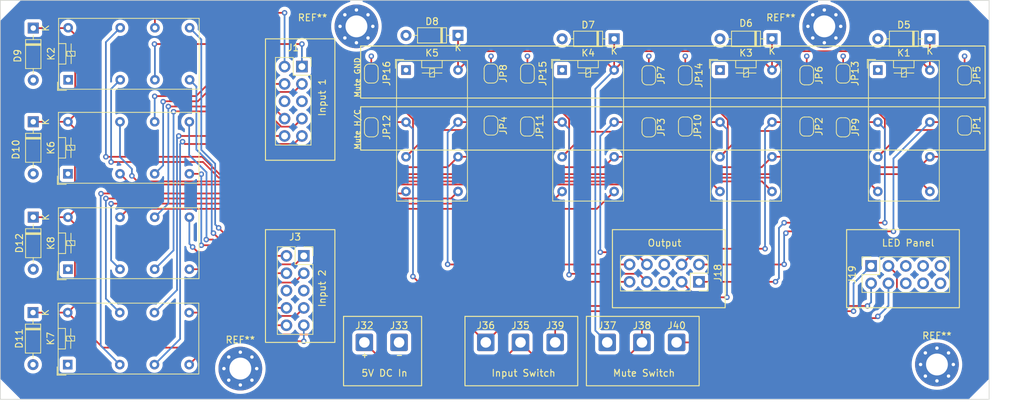
<source format=kicad_pcb>
(kicad_pcb (version 20221018) (generator pcbnew)
  (title_block (title "Mainboard") (date "2023-11-23") (rev "1") (company "Daniel Machnik Sounddesign und Tontechnik") (comment 1 "SimpleSwitcher"))
  (layers (0 "F.Cu" signal) (31 "B.Cu" signal) (34 "B.Paste" user) (35 "F.Paste" user) (36 "B.SilkS" user "B.Silkscreen") (37 "F.SilkS" user "F.Silkscreen") (38 "B.Mask" user) (39 "F.Mask" user) (44 "Edge.Cuts" user))
  (net 0 "")
  (footprint "Relay_THT:Relay_DPDT_Omron_G5V-2" (layer "F.Cu") (at 170.725 83.8675)
    (fp_text reference "K3")
    (fp_text value "G5V-2")
  )
  (footprint "Jumper:SolderJumper-2_P1.3mm_Open_RoundedPad1.0x1.5mm" (layer "F.Cu") (at 165.645 92.1375 -90)
    (fp_text reference "JP10")
    (fp_text value "SolderJumper_2_Open")
  )
  (footprint "Jumper:SolderJumper-2_P1.3mm_Open_RoundedPad1.0x1.5mm" (layer "F.Cu") (at 119.671 92.2495 -90)
    (fp_text reference "JP12")
    (fp_text value "SolderJumper_2_Open")
  )
  (footprint "Diode_THT:D_DO-35_SOD27_P7.62mm_Horizontal" (layer "F.Cu") (at 70.141 119.38 -90)
    (fp_text reference "D11")
    (fp_text value "1N4148")
  )
  (footprint "Connector_Wire:SolderWire-0.75sqmm_1x01_D1.25mm_OD2.3mm" (layer "F.Cu") (at 136.435 123.7455)
    (fp_text reference "J36")
    (fp_text value "Conn_01x01_Socket")
  )
  (footprint "Connector_Wire:SolderWire-0.75sqmm_1x01_D1.25mm_OD2.3mm" (layer "F.Cu") (at 154.215 123.7455)
    (fp_text reference "J37")
    (fp_text value "Conn_01x01_Socket")
  )
  (footprint "Connector_PinSocket_2.54mm:PinSocket_2x05_P2.54mm_Vertical" (layer "F.Cu") (at 192.853 112.5495 90)
    (fp_text reference "J19")
    (fp_text value "Conn_02x05_Counter_Clockwise")
  )
  (footprint "Diode_THT:D_DO-35_SOD27_P7.62mm_Horizontal" (layer "F.Cu") (at 132.371 78.7875 180)
    (fp_text reference "D8")
    (fp_text value "1N4148")
  )
  (footprint "Jumper:SolderJumper-2_P1.3mm_Open_RoundedPad1.0x1.5mm" (layer "F.Cu") (at 206.539 84.6295 -90)
    (fp_text reference "JP5")
    (fp_text value "SolderJumper_2_Open")
  )
  (footprint "Diode_THT:D_DO-35_SOD27_P7.62mm_Horizontal" (layer "F.Cu") (at 155.231 79.2955 180)
    (fp_text reference "D7")
    (fp_text value "1N4148")
  )
  (footprint "Connector_Wire:SolderWire-0.75sqmm_1x01_D1.25mm_OD2.3mm" (layer "F.Cu") (at 118.655 123.7455)
    (fp_text reference "J32")
    (fp_text value "Conn_01x01_Socket")
  )
  (footprint "Connector_PinSocket_2.54mm:PinSocket_2x05_P2.54mm_Vertical" (layer "F.Cu") (at 109.785 111.0755)
    (fp_text reference "J3")
    (fp_text value "Conn_02x05_Counter_Clockwise")
  )
  (footprint "MountingHole:MountingHole_3.2mm_M3_Pad_Via" (layer "F.Cu") (at 117.494052 77.47)
    (fp_text reference "REF**")
    (fp_text value "MountingHole_3.2mm_M3_Pad_Via")
  )
  (footprint "Jumper:SolderJumper-2_P1.3mm_Open_RoundedPad1.0x1.5mm" (layer "F.Cu") (at 188.759 84.3755 90)
    (fp_text reference "JP13")
    (fp_text value "SolderJumper_2_Open")
  )
  (footprint "Diode_THT:D_DO-35_SOD27_P7.62mm_Horizontal" (layer "F.Cu") (at 70.1735 105.41 -90)
    (fp_text reference "D12")
    (fp_text value "1N4148")
  )
  (footprint "Jumper:SolderJumper-2_P1.3mm_Open_RoundedPad1.0x1.5mm" (layer "F.Cu") (at 160.311 92.2495 -90)
    (fp_text reference "JP3")
    (fp_text value "SolderJumper_2_Open")
  )
  (footprint "Relay_THT:Relay_DPDT_Omron_G5V-2" (layer "F.Cu") (at 75.286 85.2965 90)
    (fp_text reference "K2")
    (fp_text value "G5V-2")
  )
  (footprint "Diode_THT:D_DO-35_SOD27_P7.62mm_Horizontal" (layer "F.Cu") (at 201.459 79.2955 180)
    (fp_text reference "D5")
    (fp_text value "1N4148")
  )
  (footprint "Relay_THT:Relay_DPDT_Omron_G5V-2" (layer "F.Cu") (at 147.611 83.8675)
    (fp_text reference "K4")
    (fp_text value "G5V-2")
  )
  (footprint "MountingHole:MountingHole_3.2mm_M3_Pad_Via" (layer "F.Cu") (at 202.494052 126.98)
    (fp_text reference "REF**")
    (fp_text value "MountingHole_3.2mm_M3_Pad_Via")
  )
  (footprint "Jumper:SolderJumper-2_P1.3mm_Open_RoundedPad1.0x1.5mm" (layer "F.Cu") (at 119.671 84.3755 90)
    (fp_text reference "JP16")
    (fp_text value "SolderJumper_2_Open")
  )
  (footprint "Diode_THT:D_DO-35_SOD27_P7.62mm_Horizontal" (layer "F.Cu") (at 70.1735 77.724 -90)
    (fp_text reference "D9")
    (fp_text value "1N4148")
  )
  (footprint "Connector_Wire:SolderWire-0.75sqmm_1x01_D1.25mm_OD2.3mm" (layer "F.Cu") (at 159.295 123.7455)
    (fp_text reference "J38")
    (fp_text value "Conn_01x01_Socket")
  )
  (footprint "Connector_Wire:SolderWire-0.75sqmm_1x01_D1.25mm_OD2.3mm" (layer "F.Cu") (at 164.375 123.7455)
    (fp_text reference "J40")
    (fp_text value "Conn_01x01_Socket")
  )
  (footprint "Jumper:SolderJumper-2_P1.3mm_Open_RoundedPad1.0x1.5mm" (layer "F.Cu") (at 160.311 84.6295 -90)
    (fp_text reference "JP7")
    (fp_text value "SolderJumper_2_Open")
  )
  (footprint "Relay_THT:Relay_DPDT_Omron_G5V-2" (layer "F.Cu") (at 75.221 127 90)
    (fp_text reference "K7")
    (fp_text value "G5V-2")
  )
  (footprint "Connector_Wire:SolderWire-0.75sqmm_1x01_D1.25mm_OD2.3mm" (layer "F.Cu") (at 141.515 123.7455)
    (fp_text reference "J35")
    (fp_text value "Conn_01x01_Socket")
  )
  (footprint "Relay_THT:Relay_DPDT_Omron_G5V-2" (layer "F.Cu") (at 75.2535 113.03 90)
    (fp_text reference "K8")
    (fp_text value "G5V-2")
  )
  (footprint "Jumper:SolderJumper-2_P1.3mm_Open_RoundedPad1.0x1.5mm" (layer "F.Cu") (at 142.531 84.3755 90)
    (fp_text reference "JP15")
    (fp_text value "SolderJumper_2_Open")
  )
  (footprint "Connector_Wire:SolderWire-0.75sqmm_1x01_D1.25mm_OD2.3mm" (layer "F.Cu") (at 123.735 123.7455)
    (fp_text reference "J33")
    (fp_text value "Conn_01x01_Socket")
  )
  (footprint "Diode_THT:D_DO-35_SOD27_P7.62mm_Horizontal" (layer "F.Cu") (at 178.345 79.2955 180)
    (fp_text reference "D6")
    (fp_text value "1N4148")
  )
  (footprint "Relay_THT:Relay_DPDT_Omron_G5V-2" (layer "F.Cu") (at 193.839 83.8675)
    (fp_text reference "K1")
    (fp_text value "G5V-2")
  )
  (footprint "Diode_THT:D_DO-35_SOD27_P7.62mm_Horizontal" (layer "F.Cu") (at 70.1735 91.44 -90)
    (fp_text reference "D10")
    (fp_text value "1N4148")
  )
  (footprint "MountingHole:MountingHole_3.2mm_M3_Pad_Via" (layer "F.Cu") (at 186.004052 77.47)
    (fp_text reference "REF**")
    (fp_text value "MountingHole_3.2mm_M3_Pad_Via")
  )
  (footprint "Jumper:SolderJumper-2_P1.3mm_Open_RoundedPad1.0x1.5mm" (layer "F.Cu") (at 137.197 84.3755 -90)
    (fp_text reference "JP8")
    (fp_text value "SolderJumper_2_Open")
  )
  (footprint "Jumper:SolderJumper-2_P1.3mm_Open_RoundedPad1.0x1.5mm" (layer "F.Cu") (at 206.539 91.9955 -90)
    (fp_text reference "JP1")
    (fp_text value "SolderJumper_2_Open")
  )
  (footprint "Jumper:SolderJumper-2_P1.3mm_Open_RoundedPad1.0x1.5mm" (layer "F.Cu") (at 183.425 92.1375 -90)
    (fp_text reference "JP2")
    (fp_text value "SolderJumper_2_Open")
  )
  (footprint "Relay_THT:Relay_DPDT_Omron_G5V-2" (layer "F.Cu") (at 75.2535 99.06 90)
    (fp_text reference "K6")
    (fp_text value "G5V-2")
  )
  (footprint "Connector_PinSocket_2.54mm:PinSocket_2x05_P2.54mm_Vertical" (layer "F.Cu") (at 167.647 114.8755 -90)
    (fp_text reference "J18")
    (fp_text value "Conn_02x05_Counter_Clockwise")
  )
  (footprint "Relay_THT:Relay_DPDT_Omron_G5V-2" (layer "F.Cu") (at 124.751 83.8675)
    (fp_text reference "K5")
    (fp_text value "G5V-2")
  )
  (footprint "Jumper:SolderJumper-2_P1.3mm_Open_RoundedPad1.0x1.5mm" (layer "F.Cu") (at 165.645 84.6295 90)
    (fp_text reference "JP14")
    (fp_text value "SolderJumper_2_Open")
  )
  (footprint "Jumper:SolderJumper-2_P1.3mm_Open_RoundedPad1.0x1.5mm" (layer "F.Cu") (at 142.531 92.1375 -90)
    (fp_text reference "JP11")
    (fp_text value "SolderJumper_2_Open")
  )
  (footprint "Connector_PinSocket_2.54mm:PinSocket_2x05_P2.54mm_Vertical" (layer "F.Cu") (at 109.511 83.3595)
    (fp_text reference "J1")
    (fp_text value "Conn_02x05_Counter_Clockwise")
  )
  (footprint "Connector_Wire:SolderWire-0.75sqmm_1x01_D1.25mm_OD2.3mm" (layer "F.Cu") (at 146.595 123.7455)
    (fp_text reference "J39")
    (fp_text value "Conn_01x01_Socket")
  )
  (footprint "Jumper:SolderJumper-2_P1.3mm_Open_RoundedPad1.0x1.5mm" (layer "F.Cu") (at 183.425 84.6295 -90)
    (fp_text reference "JP6")
    (fp_text value "SolderJumper_2_Open")
  )
  (footprint "MountingHole:MountingHole_3.2mm_M3_Pad_Via" (layer "F.Cu") (at 100.494052 127.58)
    (fp_text reference "REF**")
    (fp_text value "MountingHole_3.2mm_M3_Pad_Via")
  )
  (footprint "Jumper:SolderJumper-2_P1.3mm_Open_RoundedPad1.0x1.5mm" (layer "F.Cu") (at 137.197 91.9955 -90)
    (fp_text reference "JP4")
    (fp_text value "SolderJumper_2_Open")
  )
  (footprint "Jumper:SolderJumper-2_P1.3mm_Open_RoundedPad1.0x1.5mm" (layer "F.Cu") (at 188.759 92.2495 -90)
    (fp_text reference "JP9")
    (fp_text value "SolderJumper_2_Open")
  )
  (gr_rect (start 189.267 107.2355) (end 205.777 118.6655) (stroke (width 0.15)) (fill none) (layer "F.SilkS"))
  (gr_rect (start 133.387 119.9355) (end 149.897 130.0955) (stroke (width 0.15)) (fill none) (layer "F.SilkS"))
  (gr_rect (start 115.607 119.9355) (end 127.037 130.0955) (stroke (width 0.15)) (fill none) (layer "F.SilkS"))
  (gr_rect (start 151.167 119.9355) (end 167.677 130.0955) (stroke (width 0.15)) (fill none) (layer "F.SilkS"))
  (gr_rect (start 154.977 107.2355) (end 171.487 118.6655) (stroke (width 0.15)) (fill none) (layer "F.SilkS"))
  (gr_rect (start 104.177 79.2955) (end 114.337 97.0755) (stroke (width 0.15)) (fill none) (layer "F.SilkS"))
  (gr_rect (start 104.177 107.2355) (end 114.337 123.7455) (stroke (width 0.15)) (fill none) (layer "F.SilkS"))
  (gr_rect (start 118.11 80.3485) (end 209.55 87.9685) (stroke (width 0.15)) (fill none) (layer "F.SilkS"))
  (gr_rect (start 118.11 89.2385) (end 209.55 95.5885) (stroke (width 0.15)) (fill none) (layer "F.SilkS"))
  (gr_rect (start 65.354052 73.66) (end 210.134052 132.08) (stroke (width 0.1)) (fill none) (layer "Edge.Cuts"))
  (gr_text "Input 1" (at 113.067 90.7255 90) (layer "F.SilkS") (effects (font (size 1 1)) (justify left bottom)))
  (gr_text "5V DC In" (at 118.147 128.8255) (layer "F.SilkS") (effects (font (size 1 1)) (justify left bottom)))
  (gr_text "Mute H/C" (at 118.11 95.5885 90) (layer "F.SilkS") (effects (font (size 0.8 0.8)) (justify left bottom)))
  (gr_text "Output" (at 160.057 109.7755) (layer "F.SilkS") (effects (font (size 1 1)) (justify left bottom)))
  (gr_text "LED Panel" (at 194.347 109.7755) (layer "F.SilkS") (effects (font (size 1 1)) (justify left bottom)))
  (gr_text "Input 2" (at 113.067 118.6655 90) (layer "F.SilkS") (effects (font (size 1 1)) (justify left bottom)))
  (gr_text "-" (at 123.19 126.0685) (layer "F.SilkS") (effects (font (size 0.8 0.8)) (justify left bottom)))
  (gr_text "Input Switch" (at 137.197 128.8255) (layer "F.SilkS") (effects (font (size 1 1)) (justify left bottom)))
  (gr_text "Mute GND" (at 118.11 87.9685 90) (layer "F.SilkS") (effects (font (size 0.8 0.8)) (justify left bottom)))
  (gr_text "+" (at 118.11 126.0685) (layer "F.SilkS") (effects (font (size 0.8 0.8)) (justify left bottom)))
  (gr_text "Mute Switch" (at 154.977 128.8255) (layer "F.SilkS") (effects (font (size 1 1)) (justify left bottom)))
  (segment (start 197.761 92.6455) (end 193.839 96.5675) (width 0.25) (layer "F.Cu") (net 0))
  (segment (start 178.345 79.2955) (end 178.345 83.8675) (width 0.25) (layer "F.Cu") (net 0))
  (segment (start 101.508 114.9805) (end 108.42 114.9805) (width 0.25) (layer "F.Cu") (net 0))
  (segment (start 193.839 101.6475) (end 191.807 99.6155) (width 0.25) (layer "F.Cu") (net 0))
  (segment (start 91.477 93.5195) (end 106.971 93.5195) (width 0.25) (layer "F.Cu") (net 0))
  (segment (start 188.871 91.4875) (end 193.839 91.4875) (width 0.25) (layer "F.Cu") (net 0))
  (segment (start 208.825 94.0275) (end 206.285 96.5675) (width 0.25) (layer "F.Cu") (net 0))
  (segment (start 142.598569 85.0255) (end 148.636 91.062931) (width 0.25) (layer "F.Cu") (net 0))
  (segment (start 92.374788 94.6945) (end 108.336 94.6945) (width 0.25) (layer "F.Cu") (net 0))
  (segment (start 93.509 109.7755) (end 94.271 110.5375) (width 0.25) (layer "F.Cu") (net 0))
  (segment (start 109.785 123.58) (end 96.421 123.58) (width 0.25) (layer "F.Cu") (net 0))
  (segment (start 142.531 92.7875) (end 142.531 94.5355) (width 0.25) (layer "F.Cu") (net 0))
  (segment (start 157.988 81.1105) (end 175.588 81.1105) (width 0.25) (layer "F.Cu") (net 0))
  (segment (start 75.221 119.38) (end 80.3485 124.5075) (width 0.25) (layer "F.Cu") (net 0))
  (segment (start 145.833 103.4255) (end 81.571 103.4255) (width 0.25) (layer "F.Cu") (net 0))
  (segment (start 160.311 85.2795) (end 163.105 88.0735) (width 0.25) (layer "F.Cu") (net 0))
  (segment (start 193.839 119.9355) (end 193.585 120.1895) (width 0.25) (layer "F.Cu") (net 0))
  (segment (start 89.246245 88.4395) (end 94.271 88.4395) (width 0.25) (layer "F.Cu") (net 0))
  (segment (start 180.631 107.4895) (end 180.377 107.7435) (width 0.25) (layer "F.Cu") (net 0))
  (segment (start 171.868 91.180931) (end 171.868 95.4245) (width 0.25) (layer "F.Cu") (net 0))
  (segment (start 119.671 85.0255) (end 119.738569 85.0255) (width 0.25) (layer "F.Cu") (net 0))
  (segment (start 70.1735 77.724) (end 75.2385 77.724) (width 0.25) (layer "F.Cu") (net 0))
  (segment (start 93.0335 113.03) (end 98.0335 113.03) (width 0.25) (layer "F.Cu") (net 0))
  (segment (start 124.46 101.9385) (end 124.751 101.6475) (width 0.25) (layer "F.Cu") (net 0))
  (segment (start 158.229 110.5375) (end 160.027 112.3355) (width 0.25) (layer "F.Cu") (net 0))
  (segment (start 98.0335 113.03) (end 104.874 119.8705) (width 0.25) (layer "F.Cu") (net 0))
  (segment (start 76.311 90.3825) (end 75.2535 91.44) (width 0.25) (layer "F.Cu") (net 0))
  (segment (start 183.425 92.7875) (end 174.505 92.7875) (width 0.25) (layer "F.Cu") (net 0))
  (segment (start 146.087 98.0915) (end 153.707 98.0915) (width 0.25) (layer "F.Cu") (net 0))
  (segment (start 178.853 114.8555) (end 178.833 114.8755) (width 0.25) (layer "F.Cu") (net 0))
  (segment (start 70.141 119.38) (end 75.221 119.38) (width 0.25) (layer "F.Cu") (net 0))
  (segment (start 159.295 121.4595) (end 159.295 123.7455) (width 0.25) (layer "F.Cu") (net 0))
  (segment (start 160.311 83.9795) (end 160.311 81.8355) (width 0.25) (layer "F.Cu") (net 0))
  (segment (start 183.171 96.5675) (end 178.345 96.5675) (width 0.25) (layer "F.Cu") (net 0))
  (segment (start 116.369 120.9515) (end 133.641 120.9515) (width 0.25) (layer "F.Cu") (net 0))
  (segment (start 119.671 94.2815) (end 123.481 98.0915) (width 0.25) (layer "F.Cu") (net 0))
  (segment (start 164.375 123.7455) (end 192.823 123.7455) (width 0.25) (layer "F.Cu") (net 0))
  (segment (start 119.671 91.5995) (end 119.783 91.4875) (width 0.25) (layer "F.Cu") (net 0))
  (segment (start 104.874 119.8705) (end 108.61 119.8705) (width 0.25) (layer "F.Cu") (net 0))
  (segment (start 165.966569 85.2795) (end 171.868 91.180931) (width 0.25) (layer "F.Cu") (net 0))
  (segment (start 137.055 91.4875) (end 132.371 91.4875) (width 0.25) (layer "F.Cu") (net 0))
  (segment (start 206.397 91.4875) (end 206.539 91.3455) (width 0.25) (layer "F.Cu") (net 0))
  (segment (start 155.993 127.0475) (end 159.295 123.7455) (width 0.25) (layer "F.Cu") (net 0))
  (segment (start 176.821 98.0915) (end 178.345 96.5675) (width 0.25) (layer "F.Cu") (net 0))
  (segment (start 198.919 99.1075) (end 97.447396 99.1075) (width 0.25) (layer "F.Cu") (net 0))
  (segment (start 139.737 93.2655) (end 136.435 96.5675) (width 0.25) (layer "F.Cu") (net 0))
  (segment (start 84.436 100.6225) (end 82.8735 99.06) (width 0.25) (layer "F.Cu") (net 0))
  (segment (start 96.494052 122.58) (end 114.7405 122.58) (width 0.25) (layer "F.Cu") (net 0))
  (segment (start 128.673 92.6455) (end 124.751 96.5675) (width 0.25) (layer "F.Cu") (net 0))
  (segment (start 188.759 91.5995) (end 188.871 91.4875) (width 0.25) (layer "F.Cu") (net 0))
  (segment (start 80.484007 101.963188) (end 80.508695 101.9385) (width 0.25) (layer "F.Cu") (net 0))
  (segment (start 108.61 119.8705) (end 109.785 118.6955) (width 0.25) (layer "F.Cu") (net 0))
  (segment (start 130.847 112.3155) (end 130.867 112.3355) (width 0.25) (layer "F.Cu") (net 0))
  (segment (start 119.671 83.7255) (end 119.671 81.8355) (width 0.25) (layer "F.Cu") (net 0))
  (segment (start 142.531 85.0255) (end 142.598569 85.0255) (width 0.25) (layer "F.Cu") (net 0))
  (segment (start 76.2785 118.3225) (end 75.221 119.38) (width 0.25) (layer "F.Cu") (net 0))
  (segment (start 104.112 112.2505) (end 104.177 112.3155) (width 0.25) (layer "F.Cu") (net 0))
  (segment (start 94.7315 99.06) (end 93.0335 99.06) (width 0.25) (layer "F.Cu") (net 0))
  (segment (start 193.585 120.1895) (end 160.565 120.1895) (width 0.25) (layer "F.Cu") (net 0))
  (segment (start 165.645 92.7875) (end 165.645 94.5355) (width 0.25) (layer "F.Cu") (net 0))
  (segment (start 108.336 92.1545) (end 109.511 90.9795) (width 0.25) (layer "F.Cu") (net 0))
  (segment (start 188.759 92.8995) (end 188.759 94.5355) (width 0.25) (layer "F.Cu") (net 0))
  (segment (start 104.177 112.3155) (end 108.545 112.3155) (width 0.25) (layer "F.Cu") (net 0))
  (segment (start 155.231 101.6475) (end 152.691 104.1875) (width 0.25) (layer "F.Cu") (net 0))
  (segment (start 206.285 96.5675) (end 201.459 96.5675) (width 0.25) (layer "F.Cu") (net 0))
  (segment (start 137.197 83.7255) (end 137.197 81.8355) (width 0.25) (layer "F.Cu") (net 0))
  (segment (start 94.907396 96.5675) (end 80.809 96.5675) (width 0.25) (layer "F.Cu") (net 0))
  (segment (start 160.565 120.1895) (end 159.295 121.4595) (width 0.25) (layer "F.Cu") (net 0))
  (segment (start 87.921 80.0575) (end 109.511 80.0575) (width 0.25) (layer "F.Cu") (net 0))
  (segment (start 136.435 123.7455) (end 141.769 118.4115) (width 0.25) (layer "F.Cu") (net 0))
  (segment (start 188.759 85.0255) (end 188.826569 85.0255) (width 0.25) (layer "F.Cu") (net 0))
  (segment (start 105.602604 121.2355) (end 107.245 121.2355) (width 0.25) (layer "F.Cu") (net 0))
  (segment (start 147.611 101.6475) (end 145.833 103.4255) (width 0.25) (layer "F.Cu") (net 0))
  (segment (start 125.776 91.062931) (end 125.776 95.5425) (width 0.25) (layer "F.Cu") (net 0))
  (segment (start 175.588 81.1105) (end 178.345 83.8675) (width 0.25) (layer "F.Cu") (net 0))
  (segment (start 96.177396 110.5375) (end 104.335396 118.6955) (width 0.25) (layer "F.Cu") (net 0))
  (segment (start 96.049 109.5215) (end 101.508 114.9805) (width 0.25) (layer "F.Cu") (net 0))
  (segment (start 76.2785 106.435) (end 76.2785 118.3225) (width 0.25) (layer "F.Cu") (net 0))
  (segment (start 171.868 95.4245) (end 170.725 96.5675) (width 0.25) (layer "F.Cu") (net 0))
  (segment (start 167.373 117.1415) (end 165.107 114.8755) (width 0.25) (layer "F.Cu") (net 0))
  (segment (start 95.7 87.0745) (end 108.336 87.0745) (width 0.25) (layer "F.Cu") (net 0))
  (segment (start 141.515 123.7455) (end 144.817 127.0475) (width 0.25) (layer "F.Cu") (net 0))
  (segment (start 153.199 110.5375) (end 158.229 110.5375) (width 0.25) (layer "F.Cu") (net 0))
  (segment (start 101.413 111.0755) (end 107.245 111.0755) (width 0.25) (layer "F.Cu") (net 0))
  (segment (start 176.87 100.1725) (end 85.43 100.1725) (width 0.25) (layer "F.Cu") (net 0))
  (segment (start 130.867 112.3355) (end 157.487 112.3355) (width 0.25) (layer "F.Cu") (net 0))
  (segment (start 196.633 113.7895) (end 195.393 112.5495) (width 0.25) (layer "F.Cu") (net 0))
  (segment (start 106.484299 92.1545) (end 108.336 92.1545) (width 0.25) (layer "F.Cu") (net 0))
  (segment (start 196.633 119.9355) (end 196.633 113.7895) (width 0.25) (layer "F.Cu") (net 0))
  (segment (start 96.487364 108.689864) (end 101.413 113.6155) (width 0.25) (layer "F.Cu") (net 0))
  (segment (start 194.864 106.2195) (end 180.123 106.2195) (width 0.25) (layer "F.Cu") (net 0))
  (segment (start 136.435 96.5675) (end 132.371 96.5675) (width 0.25) (layer "F.Cu") (net 0))
  (segment (start 94.779 99.1075) (end 94.7315 99.06) (width 0.25) (layer "F.Cu") (net 0))
  (segment (start 135.128 81.1105) (end 152.474 81.1105) (width 0.25) (layer "F.Cu") (net 0))
  (segment (start 160.311 92.8995) (end 151.279 92.8995) (width 0.25) (layer "F.Cu") (net 0))
  (segment (start 132.371 101.6475) (end 131.346 102.6725) (width 0.25) (layer "F.Cu") (net 0))
  (segment (start 101.064 112.2505) (end 104.112 112.2505) (width 0.25) (layer "F.Cu") (net 0))
  (segment (start 75.286 77.6765) (end 76.311 78.7015) (width 0.25) (layer "F.Cu") (net 0))
  (segment (start 76.2785 104.385) (end 75.2535 105.41) (width 0.25) (layer "F.Cu") (net 0))
  (segment (start 148.627 113.8395) (end 148.766 113.7005) (width 0.25) (layer "F.Cu") (net 0))
  (segment (start 92.031424 94.351136) (end 92.374788 94.6945) (width 0.25) (layer "F.Cu") (net 0))
  (segment (start 119.783 91.4875) (end 124.751 91.4875) (width 0.25) (layer "F.Cu") (net 0))
  (segment (start 196.125 107.4895) (end 180.631 107.4895) (width 0.25) (layer "F.Cu") (net 0))
  (segment (start 94.779 109.5215) (end 96.049 109.5215) (width 0.25) (layer "F.Cu") (net 0))
  (segment (start 194.864 95.5425) (end 193.839 96.5675) (width 0.25) (layer "F.Cu") (net 0))
  (segment (start 146.595 121.7135) (end 146.595 123.7455) (width 0.25) (layer "F.Cu") (net 0))
  (segment (start 94.271 88.4395) (end 95.668 87.0425) (width 0.25) (layer "F.Cu") (net 0))
  (segment (start 137.197 85.0255) (end 139.737 87.5655) (width 0.25) (layer "F.Cu") (net 0))
  (segment (start 80.09586 101.963188) (end 80.484007 101.963188) (width 0.25) (layer "F.Cu") (net 0))
  (segment (start 163.105 88.0735) (end 163.105 93.028864) (width 0.25) (layer "F.Cu") (net 0))
  (segment (start 119.671 92.8995) (end 119.671 94.2815) (width 0.25) (layer "F.Cu") (net 0))
  (segment (start 95.668 87.0425) (end 95.7 87.0745) (width 0.25) (layer "F.Cu") (net 0))
  (segment (start 185.711 94.0275) (end 183.171 96.5675) (width 0.25) (layer "F.Cu") (net 0))
  (segment (start 104.255799 89.926) (end 106.484299 92.1545) (width 0.25) (layer "F.Cu") (net 0))
  (segment (start 155.231 83.8675) (end 157.988 81.1105) (width 0.25) (layer "F.Cu") (net 0))
  (segment (start 165.645 91.4875) (end 170.725 91.4875) (width 0.25) (layer "F.Cu") (net 0))
  (segment (start 84.096 104.1875) (end 82.8735 105.41) (width 0.25) (layer "F.Cu") (net 0))
  (segment (start 87.9535 87.71) (end 87.986 87.6775) (width 0.25) (layer "F.Cu") (net 0))
  (segment (start 90.715 89.9635) (end 90.7525 89.926) (width 0.25) (layer "F.Cu") (net 0))
  (segment (start 148.636 95.5425) (end 147.611 96.5675) (width 0.25) (layer "F.Cu") (net 0))
  (segment (start 94.566552 124.5075) (end 96.494052 122.58) (width 0.25) (layer "F.Cu") (net 0))
  (segment (start 106.971 75.4855) (end 88.683 75.4855) (width 0.25) (layer "F.Cu") (net 0))
  (segment (start 96.421 123.58) (end 93.001 127) (width 0.25) (layer "F.Cu") (net 0))
  (segment (start 201.459 91.4875) (end 206.397 91.4875) (width 0.25) (layer "F.Cu") (net 0))
  (segment (start 133.641 120.9515) (end 136.435 123.7455) (width 0.25) (layer "F.Cu") (net 0))
  (segment (start 141.769 118.4115) (end 192.315 118.4115) (width 0.25) (layer "F.Cu") (net 0))
  (segment (start 180.123 112.3155) (end 180.103 112.3355) (width 0.25) (layer "F.Cu") (net 0))
  (segment (start 76.311 78.7015) (end 76.311 90.3825) (width 0.25) (layer "F.Cu") (net 0))
  (segment (start 159.566364 96.5675) (end 155.231 96.5675) (width 0.25) (layer "F.Cu") (net 0))
  (segment (start 178.345 91.4875) (end 183.425 91.4875) (width 0.25) (layer "F.Cu") (net 0))
  (segment (start 165.645 83.9795) (end 165.645 81.8355) (width 0.25) (layer "F.Cu") (net 0))
  (segment (start 101.413 113.6155) (end 107.245 113.6155) (width 0.25) (layer "F.Cu") (net 0))
  (segment (start 178.345 101.6475) (end 176.87 100.1725) (width 0.25) (layer "F.Cu") (net 0))
  (segment (start 160.199 91.4875) (end 160.311 91.5995) (width 0.25) (layer "F.Cu") (net 0))
  (segment (start 152.691 104.1875) (end 84.096 104.1875) (width 0.25) (layer "F.Cu") (net 0))
  (segment (start 163.105 93.028864) (end 159.566364 96.5675) (width 0.25) (layer "F.Cu") (net 0))
  (segment (start 181.102 81.1105) (end 198.702 81.1105) (width 0.25) (layer "F.Cu") (net 0))
  (segment (start 165.645 85.2795) (end 165.966569 85.2795) (width 0.25) (layer "F.Cu") (net 0))
  (segment (start 70.1735 105.41) (end 75.2535 105.41) (width 0.25) (layer "F.Cu") (net 0))
  (segment (start 178.345 83.8675) (end 181.102 81.1105) (width 0.25) (layer "F.Cu") (net 0))
  (segment (start 114.7405 122.58) (end 116.369 120.9515) (width 0.25) (layer "F.Cu") (net 0))
  (segment (start 85.43 100.1725) (end 84.619 99.3615) (width 0.25) (layer "F.Cu") (net 0))
  (segment (start 97.447396 99.1075) (end 94.907396 96.5675) (width 0.25) (layer "F.Cu") (net 0))
  (segment (start 118.655 123.7455) (end 121.957 127.0475) (width 0.25) (layer "F.Cu") (net 0))
  (segment (start 199.935 98.0915) (end 201.459 96.5675) (width 0.25) (layer "F.Cu") (net 0))
  (segment (start 178.833 114.8755) (end 167.647 114.8755) (width 0.25) (layer "F.Cu") (net 0))
  (segment (start 108.42 114.9805) (end 109.785 113.6155) (width 0.25) (layer "F.Cu") (net 0))
  (segment (start 104.335396 118.6955) (end 107.245 118.6955) (width 0.25) (layer "F.Cu") (net 0))
  (segment (start 152.474 81.1105) (end 155.231 83.8675) (width 0.25) (layer "F.Cu") (net 0))
  (segment (start 80.508695 101.9385) (end 124.46 101.9385) (width 0.25) (layer "F.Cu") (net 0))
  (segment (start 123.481 98.0915) (end 130.847 98.0915) (width 0.25) (layer "F.Cu") (net 0))
  (segment (start 206.539 85.2795) (end 208.825 87.5655) (width 0.25) (layer "F.Cu") (net 0))
  (segment (start 125.767 114.0935) (end 126.549 114.8755) (width 0.25) (layer "F.Cu") (net 0))
  (segment (start 87.986 87.6775) (end 94.017 87.6775) (width 0.25) (layer "F.Cu") (net 0))
  (segment (start 76.2785 92.465) (end 76.2785 104.385) (width 0.25) (layer "F.Cu") (net 0))
  (segment (start 208.825 87.5655) (end 208.825 94.0275) (width 0.25) (layer "F.Cu") (net 0))
  (segment (start 130.847 98.0915) (end 132.371 96.5675) (width 0.25) (layer "F.Cu") (net 0))
  (segment (start 93.001 119.38) (end 103.747104 119.38) (width 0.25) (layer "F.Cu") (net 0))
  (segment (start 155.231 79.2955) (end 155.231 83.8675) (width 0.25) (layer "F.Cu") (net 0))
  (segment (start 183.425 83.9795) (end 183.425 81.8355) (width 0.25) (layer "F.Cu") (net 0))
  (segment (start 95.033 97.3295) (end 81.571 97.3295) (width 0.25) (layer "F.Cu") (net 0))
  (segment (start 192.315 98.0915) (end 199.935 98.0915) (width 0.25) (layer "F.Cu") (net 0))
  (segment (start 188.759 83.7255) (end 188.759 81.8355) (width 0.25) (layer "F.Cu") (net 0))
  (segment (start 105.193 89.2015) (end 106.971 90.9795) (width 0.25) (layer "F.Cu") (net 0))
  (segment (start 180.103 112.3355) (end 167.647 112.3355) (width 0.25) (layer "F.Cu") (net 0))
  (segment (start 151.279 92.8995) (end 147.611 96.5675) (width 0.25) (layer "F.Cu") (net 0))
  (segment (start 192.823 123.7455) (end 196.633 119.9355) (width 0.25) (layer "F.Cu") (net 0))
  (segment (start 174.505 92.7875) (end 170.725 96.5675) (width 0.25) (layer "F.Cu") (net 0))
  (segment (start 96.557 107.7435) (end 101.064 112.2505) (width 0.25) (layer "F.Cu") (net 0))
  (segment (start 89.953 89.2015) (end 105.193 89.2015) (width 0.25) (layer "F.Cu") (net 0))
  (segment (start 169.7 100.6225) (end 84.436 100.6225) (width 0.25) (layer "F.Cu") (net 0))
  (segment (start 94.271 110.5375) (end 96.177396 110.5375) (width 0.25) (layer "F.Cu") (net 0))
  (segment (start 137.197 91.3455) (end 137.055 91.4875) (width 0.25) (layer "F.Cu") (net 0))
  (segment (start 158.852 113.7005) (end 160.027 114.8755) (width 0.25) (layer "F.Cu") (net 0))
  (segment (start 75.2385 77.724) (end 75.286 77.6765) (width 0.25) (layer "F.Cu") (net 0))
  (segment (start 94.017 87.6775) (end 95.795 85.8995) (width 0.25) (layer "F.Cu") (net 0))
  (segment (start 206.539 83.9795) (end 206.539 81.8355) (width 0.25) (layer "F.Cu") (net 0))
  (segment (start 139.737 87.5655) (end 139.737 93.2655) (width 0.25) (layer "F.Cu") (net 0))
  (segment (start 169.201 98.0915) (end 176.821 98.0915) (width 0.25) (layer "F.Cu") (net 0))
  (segment (start 70.1735 91.44) (end 75.2535 91.44) (width 0.25) (layer "F.Cu") (net 0))
  (segment (start 165.645 94.5355) (end 169.201 98.0915) (width 0.25) (layer "F.Cu") (net 0))
  (segment (start 170.725 101.6475) (end 169.7 100.6225) (width 0.25) (layer "F.Cu") (net 0))
  (segment (start 167.413 110.0295) (end 165.107 112.3355) (width 0.25) (layer "F.Cu") (net 0))
  (segment (start 89.191 88.494745) (end 89.246245 88.4395) (width 0.25) (layer "F.Cu") (net 0))
  (segment (start 142.531 94.5355) (end 146.087 98.0915) (width 0.25) (layer "F.Cu") (net 0))
  (segment (start 75.2535 91.44) (end 76.2785 92.465) (width 0.25) (layer "F.Cu") (net 0))
  (segment (start 95.5035 108.689864) (end 96.487364 108.689864) (width 0.25) (layer "F.Cu") (net 0))
  (segment (start 201.459 101.6475) (end 198.919 99.1075) (width 0.25) (layer "F.Cu") (net 0))
  (segment (start 132.371 78.7875) (end 132.371 83.8675) (width 0.25) (layer "F.Cu") (net 0))
  (segment (start 198.702 81.1105) (end 201.459 83.8675) (width 0.25) (layer "F.Cu") (net 0))
  (segment (start 103.747104 119.38) (end 105.602604 121.2355) (width 0.25) (layer "F.Cu") (net 0))
  (segment (start 97.319 106.9815) (end 101.413 111.0755) (width 0.25) (layer "F.Cu") (net 0))
  (segment (start 108.336 87.0745) (end 109.511 85.8995) (width 0.25) (layer "F.Cu") (net 0))
  (segment (start 126.549 114.8755) (end 157.487 114.8755) (width 0.25) (layer "F.Cu") (net 0))
  (segment (start 171.741 117.1415) (end 167.373 117.1415) (width 0.25) (layer "F.Cu") (net 0))
  (segment (start 177.329 110.0295) (end 167.413 110.0295) (width 0.25) (layer "F.Cu") (net 0))
  (segment (start 108.336 94.6945) (end 109.511 93.5195) (width 0.25) (layer "F.Cu") (net 0))
  (segment (start 121.957 127.0475) (end 138.213 127.0475) (width 0.25) (layer "F.Cu") (net 0))
  (segment (start 194.864 91.062931) (end 194.864 95.5425) (width 0.25) (layer "F.Cu") (net 0))
  (segment (start 97.319 99.6155) (end 95.033 97.3295) (width 0.25) (layer "F.Cu") (net 0))
  (segment (start 132.371 83.8675) (end 135.128 81.1105) (width 0.25) (layer "F.Cu") (net 0))
  (segment (start 142.531 83.7255) (end 142.531 81.8355) (width 0.25) (layer "F.Cu") (net 0))
  (segment (start 147.611 91.4875) (end 142.531 91.4875) (width 0.25) (layer "F.Cu") (net 0))
  (segment (start 201.459 79.2955) (end 201.459 83.8675) (width 0.25) (layer "F.Cu") (net 0))
  (segment (start 80.818 102.6725) (end 80.809 102.6635) (width 0.25) (layer "F.Cu") (net 0))
  (segment (start 190.283 119.1735) (end 149.135 119.1735) (width 0.25) (layer "F.Cu") (net 0))
  (segment (start 149.135 119.1735) (end 146.595 121.7135) (width 0.25) (layer "F.Cu") (net 0))
  (segment (start 155.231 91.4875) (end 160.199 91.4875) (width 0.25) (layer "F.Cu") (net 0))
  (segment (start 185.711 87.5655) (end 185.711 94.0275) (width 0.25) (layer "F.Cu") (net 0))
  (segment (start 144.817 127.0475) (end 155.993 127.0475) (width 0.25) (layer "F.Cu") (net 0))
  (segment (start 191.807 99.6155) (end 97.319 99.6155) (width 0.25) (layer "F.Cu") (net 0))
  (segment (start 88.683 75.4855) (end 87.986 76.1825) (width 0.25) (layer "F.Cu") (net 0))
  (segment (start 131.346 102.6725) (end 80.818 102.6725) (width 0.25) (layer "F.Cu") (net 0))
  (segment (start 188.826569 85.0255) (end 194.864 91.062931) (width 0.25) (layer "F.Cu") (net 0))
  (segment (start 108.545 112.3155) (end 109.785 111.0755) (width 0.25) (layer "F.Cu") (net 0))
  (segment (start 153.707 98.0915) (end 155.231 96.5675) (width 0.25) (layer "F.Cu") (net 0))
  (segment (start 125.776 95.5425) (end 124.751 96.5675) (width 0.25) (layer "F.Cu") (net 0))
  (segment (start 206.539 92.6455) (end 197.761 92.6455) (width 0.25) (layer "F.Cu") (net 0))
  (segment (start 188.759 94.5355) (end 192.315 98.0915) (width 0.25) (layer "F.Cu") (net 0))
  (segment (start 148.766 113.7005) (end 158.852 113.7005) (width 0.25) (layer "F.Cu") (net 0))
  (segment (start 80.3485 124.5075) (end 94.566552 124.5075) (width 0.25) (layer "F.Cu") (net 0))
  (segment (start 75.2535 105.41) (end 76.2785 106.435) (width 0.25) (layer "F.Cu") (net 0))
  (segment (start 137.197 92.6455) (end 128.673 92.6455) (width 0.25) (layer "F.Cu") (net 0))
  (segment (start 90.7525 89.926) (end 104.255799 89.926) (width 0.25) (layer "F.Cu") (net 0))
  (segment (start 138.213 127.0475) (end 141.515 123.7455) (width 0.25) (layer "F.Cu") (net 0))
  (segment (start 87.986 76.1825) (end 87.986 77.6765) (width 0.25) (layer "F.Cu") (net 0))
  (segment (start 148.636 91.062931) (end 148.636 95.5425) (width 0.25) (layer "F.Cu") (net 0))
  (segment (start 119.738569 85.0255) (end 125.776 91.062931) (width 0.25) (layer "F.Cu") (net 0))
  (segment (start 183.425 85.2795) (end 185.711 87.5655) (width 0.25) (layer "F.Cu") (net 0))
  (segment (start 95.795 85.8995) (end 106.971 85.8995) (width 0.25) (layer "F.Cu") (net 0))
  (via (at 91.477 93.5195) (size 0.8) (drill 0.4) (layers "F.Cu" "B.Cu") (net 0))
  (via (at 194.864 106.2195) (size 0.8) (drill 0.4) (layers "F.Cu" "B.Cu") (net 0))
  (via (at 89.953 89.2015) (size 0.8) (drill 0.4) (layers "F.Cu" "B.Cu") (net 0))
  (via (at 178.853 114.8555) (size 0.8) (drill 0.4) (layers "F.Cu" "B.Cu") (net 0))
  (via (at 183.425 81.8355) (size 0.8) (drill 0.4) (layers "F.Cu" "B.Cu") (net 0))
  (via (at 89.191 88.494745) (size 0.8) (drill 0.4) (layers "F.Cu" "B.Cu") (net 0))
  (via (at 106.971 75.4855) (size 0.8) (drill 0.4) (layers "F.Cu" "B.Cu") (net 0))
  (via (at 92.031424 94.351136) (size 0.8) (drill 0.4) (layers "F.Cu" "B.Cu") (net 0))
  (via (at 96.557 107.7435) (size 0.8) (drill 0.4) (layers "F.Cu" "B.Cu") (net 0))
  (via (at 192.315 118.4115) (size 0.8) (drill 0.4) (layers "F.Cu" "B.Cu") (net 0))
  (via (at 80.09586 101.963188) (size 0.8) (drill 0.4) (layers "F.Cu" "B.Cu") (net 0))
  (via (at 84.619 99.3615) (size 0.8) (drill 0.4) (layers "F.Cu" "B.Cu") (net 0))
  (via (at 109.785 123.58) (size 0.8) (drill 0.4) (layers "F.Cu" "B.Cu") (net 0))
  (via (at 196.125 107.4895) (size 0.8) (drill 0.4) (layers "F.Cu" "B.Cu") (net 0))
  (via (at 81.571 97.3295) (size 0.8) (drill 0.4) (layers "F.Cu" "B.Cu") (net 0))
  (via (at 81.571 103.4255) (size 0.8) (drill 0.4) (layers "F.Cu" "B.Cu") (net 0))
  (via (at 87.921 80.0575) (size 0.8) (drill 0.4) (layers "F.Cu" "B.Cu") (net 0))
  (via (at 137.197 81.8355) (size 0.8) (drill 0.4) (layers "F.Cu" "B.Cu") (net 0))
  (via (at 193.839 119.9355) (size 0.8) (drill 0.4) (layers "F.Cu" "B.Cu") (net 0))
  (via (at 188.759 81.8355) (size 0.8) (drill 0.4) (layers "F.Cu" "B.Cu") (net 0))
  (via (at 180.377 107.7435) (size 0.8) (drill 0.4) (layers "F.Cu" "B.Cu") (net 0))
  (via (at 160.311 81.8355) (size 0.8) (drill 0.4) (layers "F.Cu" "B.Cu") (net 0))
  (via (at 180.123 106.2195) (size 0.8) (drill 0.4) (layers "F.Cu" "B.Cu") (net 0))
  (via (at 87.9535 87.71) (size 0.8) (drill 0.4) (layers "F.Cu" "B.Cu") (net 0))
  (via (at 153.199 110.5375) (size 0.8) (drill 0.4) (layers "F.Cu" "B.Cu") (net 0))
  (via (at 109.511 80.0575) (size 0.8) (drill 0.4) (layers "F.Cu" "B.Cu") (net 0))
  (via (at 93.509 109.7755) (size 0.8) (drill 0.4) (layers "F.Cu" "B.Cu") (net 0))
  (via (at 165.645 81.8355) (size 0.8) (drill 0.4) (layers "F.Cu" "B.Cu") (net 0))
  (via (at 125.767 114.0935) (size 0.8) (drill 0.4) (layers "F.Cu" "B.Cu") (net 0))
  (via (at 190.283 119.1735) (size 0.8) (drill 0.4) (layers "F.Cu" "B.Cu") (net 0))
  (via (at 119.671 81.8355) (size 0.8) (drill 0.4) (layers "F.Cu" "B.Cu") (net 0))
  (via (at 80.809 96.5675) (size 0.8) (drill 0.4) (layers "F.Cu" "B.Cu") (net 0))
  (via (at 94.779 109.5215) (size 0.8) (drill 0.4) (layers "F.Cu" "B.Cu") (net 0))
  (via (at 142.531 81.8355) (size 0.8) (drill 0.4) (layers "F.Cu" "B.Cu") (net 0))
  (via (at 130.847 112.3155) (size 0.8) (drill 0.4) (layers "F.Cu" "B.Cu") (net 0))
  (via (at 80.809 102.6635) (size 0.8) (drill 0.4) (layers "F.Cu" "B.Cu") (net 0))
  (via (at 97.319 106.9815) (size 0.8) (drill 0.4) (layers "F.Cu" "B.Cu") (net 0))
  (via (at 148.627 113.8395) (size 0.8) (drill 0.4) (layers "F.Cu" "B.Cu") (net 0))
  (via (at 95.5035 108.689864) (size 0.8) (drill 0.4) (layers "F.Cu" "B.Cu") (net 0))
  (via (at 90.715 89.9635) (size 0.8) (drill 0.4) (layers "F.Cu" "B.Cu") (net 0))
  (via (at 94.779 99.1075) (size 0.8) (drill 0.4) (layers "F.Cu" "B.Cu") (net 0))
  (via (at 171.741 117.1415) (size 0.8) (drill 0.4) (layers "F.Cu" "B.Cu") (net 0))
  (via (at 180.123 112.3155) (size 0.8) (drill 0.4) (layers "F.Cu" "B.Cu") (net 0))
  (via (at 177.329 110.0295) (size 0.8) (drill 0.4) (layers "F.Cu" "B.Cu") (net 0))
  (via (at 206.539 81.8355) (size 0.8) (drill 0.4) (layers "F.Cu" "B.Cu") (net 0))
  (segment (start 177.32 92.5125) (end 177.32 110.0205) (width 0.25) (layer "B.Cu") (net 0))
  (segment (start 148.636 113.8305) (end 148.627 113.8395) (width 0.25) (layer "B.Cu") (net 0))
  (segment (start 93.066 85.2965) (end 94.0585 86.289) (width 0.25) (layer "B.Cu") (net 0))
  (segment (start 89.953 103.4105) (end 87.9535 105.41) (width 0.25) (layer "B.Cu") (net 0))
  (segment (start 91.223 93.7735) (end 91.223 116.078) (width 0.25) (layer "B.Cu") (net 0))
  (segment (start 177.32 110.0205) (end 177.329 110.0295) (width 0.25) (layer "B.Cu") (net 0))
  (segment (start 192.315 118.4115) (end 192.853 117.8735) (width 0.25) (layer "B.Cu") (net 0))
  (segment (start 84.619 98.3455) (end 82.841 96.5675) (width 0.25) (layer "B.Cu") (net 0))
  (segment (start 125.776 92.5125) (end 125.776 114.0845) (width 0.25) (layer "B.Cu") (net 0))
  (segment (start 171.75 92.5125) (end 171.75 117.1325) (width 0.25) (layer "B.Cu") (net 0))
  (segment (start 106.971 75.4855) (end 106.971 83.3595) (width 0.25) (layer "B.Cu") (net 0))
  (segment (start 87.986 80.1225) (end 87.921 80.0575) (width 0.25) (layer "B.Cu") (net 0))
  (segment (start 91.673 94.70956) (end 92.031424 94.351136) (width 0.25) (layer "B.Cu") (net 0))
  (segment (start 94.779 99.1075) (end 94.779 109.5215) (width 0.25) (layer "B.Cu") (net 0))
  (segment (start 170.725 91.4875) (end 171.75 92.5125) (width 0.25) (layer "B.Cu") (net 0))
  (segment (start 87.9535 87.71) (end 87.9535 91.44) (width 0.25) (layer "B.Cu") (net 0))
  (segment (start 94.0585 95.51) (end 96.303 97.7545) (width 0.25) (layer "B.Cu") (net 0))
  (segment (start 80.047 124.206) (end 82.841 127) (width 0.25) (layer "B.Cu") (net 0))
  (segment (start 179.361 114.3475) (end 178.853 114.8555) (width 0.25) (layer "B.Cu") (net 0))
  (segment (start 95.541 108.652364) (end 95.541 98.844195) (width 0.25) (layer "B.Cu") (net 0))
  (segment (start 180.377 107.7435) (end 180.123 107.9975) (width 0.25) (layer "B.Cu") (net 0))
  (segment (start 93.001 91.4725) (end 93.0335 91.44) (width 0.25) (layer "B.Cu") (net 0))
  (segment (start 171.75 117.1325) (end 171.741 117.1415) (width 0.25) (layer "B.Cu") (net 0))
  (segment (start 89.191 97.8225) (end 87.9535 99.06) (width 0.25) (layer "B.Cu") (net 0))
  (segment (start 81.571 86.6315) (end 82.906 85.2965) (width 0.25) (layer "B.Cu") (net 0))
  (segment (start 90.715 110.2685) (end 87.9535 113.03) (width 0.25) (layer "B.Cu") (net 0))
  (segment (start 90.715 89.9635) (end 90.715 110.2685) (width 0.25) (layer "B.Cu") (net 0))
  (segment (start 195.393 118.3815) (end 195.393 115.0895) (width 0.25) (layer "B.Cu") (net 0))
  (segment (start 194.864 92.5125) (end 193.839 91.4875) (width 0.25) (layer "B.Cu") (net 0))
  (segment (start 95.5035 108.689864) (end 95.541 108.652364) (width 0.25) (layer "B.Cu") (net 0))
  (segment (start 80.809 117.348) (end 82.841 119.38) (width 0.25) (layer "B.Cu") (net 0))
  (segment (start 96.811 106.4735) (end 97.319 106.9815) (width 0.25) (layer "B.Cu") (net 0))
  (segment (start 179.361 106.9815) (end 179.361 114.3475) (width 0.25) (layer "B.Cu") (net 0))
  (segment (start 180.123 106.2195) (end 179.361 106.9815) (width 0.25) (layer "B.Cu") (net 0))
  (segment (start 124.751 91.4875) (end 125.776 92.5125) (width 0.25) (layer "B.Cu") (net 0))
  (segment (start 190.283 119.1735) (end 190.283 115.1195) (width 0.25) (layer "B.Cu") (net 0))
  (segment (start 89.953 89.2015) (end 89.953 103.4105) (width 0.25) (layer "B.Cu") (net 0))
  (segment (start 93.066 77.6765) (end 94.779 79.3895) (width 0.25) (layer "B.Cu") (net 0))
  (segment (start 147.611 91.4875) (end 148.636 92.5125) (width 0.25) (layer "B.Cu") (net 0))
  (segment (start 93.509 109.7755) (end 93.0335 109.3) (width 0.25) (layer "B.Cu") (net 0))
  (segment (start 153.199 93.5195) (end 153.199 110.5375) (width 0.25) (layer "B.Cu") (net 0))
  (segment (start 180.123 107.9975) (end 180.123 112.3155) (width 0.25) (layer "B.Cu") (net 0))
  (segment (start 201.459 91.4875) (end 196.125 96.8215) (width 0.25) (layer "B.Cu") (net 0))
  (segment (start 96.811 97.5835) (end 96.811 106.4735) (width 0.25) (layer "B.Cu") (net 0))
  (segment (start 81.571 97.3295) (end 81.571 86.6315) (width 0.25) (layer "B.Cu") (net 0))
  (segment (start 91.223 116.078) (end 87.921 119.38) (width 0.25) (layer "B.Cu") (net 0))
  (segment (start 80.047 102.012048) (end 80.047 124.206) (width 0.25) (layer "B.Cu") (net 0))
  (segment (start 89.191 88.494745) (end 89.191 97.8225) (width 0.25) (layer "B.Cu") (net 0))
  (segment (start 196.125 96.8215) (end 196.125 107.4895) (width 0.25) (layer "B.Cu") (net 0))
  (segment (start 130.847 93.0115) (end 130.847 112.3155) (width 0.25) (layer "B.Cu") (net 0))
  (segment (start 132.371 91.4875) (end 130.847 93.0115) (width 0.25) (layer "B.Cu") (net 0))
  (segment (start 81.571 111.7275) (end 82.8735 113.03) (width 0.25) (layer "B.Cu") (net 0))
  (segment (start 93.0335 109.3) (end 93.0335 105.41) (width 0.25) (layer "B.Cu") (net 0))
  (segment (start 109.511 80.0575) (end 109.511 83.3595) (width 0.25) (layer "B.Cu") (net 0))
  (segment (start 80.809 102.6635) (end 80.809 117.348) (width 0.25) (layer "B.Cu") (net 0))
  (segment (start 192.853 117.8735) (end 192.853 115.0895) (width 0.25) (layer "B.Cu") (net 0))
  (segment (start 109.785 123.58) (end 109.785 121.2355) (width 0.25) (layer "B.Cu") (net 0))
  (segment (start 125.776 114.0845) (end 125.767 114.0935) (width 0.25) (layer "B.Cu") (net 0))
  (segment (start 155.231 91.4875) (end 153.199 93.5195) (width 0.25) (layer "B.Cu") (net 0))
  (segment (start 81.571 103.4255) (end 81.571 111.7275) (width 0.25) (layer "B.Cu") (net 0))
  (segment (start 194.864 106.2195) (end 194.864 92.5125) (width 0.25) (layer "B.Cu") (net 0))
  (segment (start 82.841 96.5675) (end 82.8735 96.535) (width 0.25) (layer "B.Cu") (net 0))
  (segment (start 94.0585 86.289) (end 94.0585 95.51) (width 0.25) (layer "B.Cu") (net 0))
  (segment (start 80.809 96.5675) (end 80.809 79.7735) (width 0.25) (layer "B.Cu") (net 0))
  (segment (start 96.303 107.4895) (end 96.557 107.7435) (width 0.25) (layer "B.Cu") (net 0))
  (segment (start 87.921 127) (end 91.673 123.248) (width 0.25) (layer "B.Cu") (net 0))
  (segment (start 152.474 86.6245) (end 152.474 122.0045) (width 0.25) (layer "B.Cu") (net 0))
  (segment (start 94.779 79.3895) (end 94.779 95.5515) (width 0.25) (layer "B.Cu") (net 0))
  (segment (start 80.09586 101.963188) (end 80.047 102.012048) (width 0.25) (layer "B.Cu") (net 0))
  (segment (start 193.839 119.9355) (end 195.393 118.3815) (width 0.25) (layer "B.Cu") (net 0))
  (segment (start 91.673 123.248) (end 91.673 94.70956) (width 0.25) (layer "B.Cu") (net 0))
  (segment (start 94.779 95.5515) (end 96.811 97.5835) (width 0.25) (layer "B.Cu") (net 0))
  (segment (start 84.619 99.3615) (end 84.619 98.3455) (width 0.25) (layer "B.Cu") (net 0))
  (segment (start 148.636 92.5125) (end 148.636 113.8305) (width 0.25) (layer "B.Cu") (net 0))
  (segment (start 91.477 93.5195) (end 91.223 93.7735) (width 0.25) (layer "B.Cu") (net 0))
  (segment (start 155.231 83.8675) (end 152.474 86.6245) (width 0.25) (layer "B.Cu") (net 0))
  (segment (start 96.303 97.7545) (end 96.303 107.4895) (width 0.25) (layer "B.Cu") (net 0))
  (segment (start 190.283 115.1195) (end 192.853 112.5495) (width 0.25) (layer "B.Cu") (net 0))
  (segment (start 152.474 122.0045) (end 154.215 123.7455) (width 0.25) (layer "B.Cu") (net 0))
  (segment (start 87.986 85.2965) (end 87.986 80.1225) (width 0.25) (layer "B.Cu") (net 0))
  (segment (start 82.8735 96.535) (end 82.8735 91.44) (width 0.25) (layer "B.Cu") (net 0))
  (segment (start 178.345 91.4875) (end 177.32 92.5125) (width 0.25) (layer "B.Cu") (net 0))
  (segment (start 95.541 98.844195) (end 93.001 96.304195) (width 0.25) (layer "B.Cu") (net 0))
  (segment (start 93.001 96.304195) (end 93.001 91.4725) (width 0.25) (layer "B.Cu") (net 0))
  (segment (start 80.809 79.7735) (end 82.906 77.6765) (width 0.25) (layer "B.Cu") (net 0))
  (zone (net 0) (net_name "") (layer "B.Cu") (connect_pads (clearance 0.5)) (min_thickness 0.25) (fill yes (thermal_gap 0.5) (thermal_bridge_width 0.5) (smoothing chamfer) (radius 3))
    (polygon (pts (xy 65.354052 73.66) (xy 210.134052 73.66) (xy 210.134052 132.08) (xy 65.354052 132.08)))
  )
)
</source>
